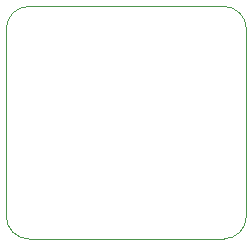
<source format=gbr>
G04 #@! TF.GenerationSoftware,KiCad,Pcbnew,5.1.5-52549c5~84~ubuntu18.04.1*
G04 #@! TF.CreationDate,2019-12-24T12:24:14-07:00*
G04 #@! TF.ProjectId,001,3030312e-6b69-4636-9164-5f7063625858,rev?*
G04 #@! TF.SameCoordinates,Original*
G04 #@! TF.FileFunction,Profile,NP*
%FSLAX46Y46*%
G04 Gerber Fmt 4.6, Leading zero omitted, Abs format (unit mm)*
G04 Created by KiCad (PCBNEW 5.1.5-52549c5~84~ubuntu18.04.1) date 2019-12-24 12:24:14*
%MOMM*%
%LPD*%
G04 APERTURE LIST*
%ADD10C,0.050000*%
G04 APERTURE END LIST*
D10*
X147320000Y-97155000D02*
G75*
G02X149225000Y-95250000I1905000J0D01*
G01*
X147320000Y-113030000D02*
X147320000Y-97155000D01*
X149225000Y-114935000D02*
G75*
G02X147320000Y-113030000I0J1905000D01*
G01*
X165735000Y-114935000D02*
X149225000Y-114935000D01*
X167640000Y-113030000D02*
G75*
G02X165735000Y-114935000I-1905000J0D01*
G01*
X165735000Y-95250000D02*
G75*
G02X167640000Y-97155000I0J-1905000D01*
G01*
X167640000Y-97155000D02*
X167640000Y-113030000D01*
X149225000Y-95250000D02*
X165735000Y-95250000D01*
M02*

</source>
